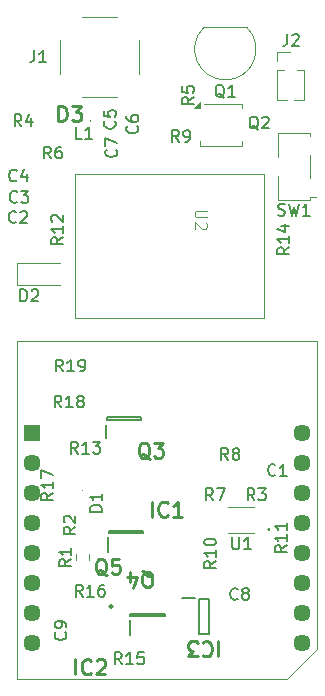
<source format=gbr>
%TF.GenerationSoftware,KiCad,Pcbnew,8.0.2*%
%TF.CreationDate,2024-07-30T14:29:59+02:00*%
%TF.ProjectId,lc29h_mikrobus_PCB,6c633239-685f-46d6-996b-726f6275735f,rev?*%
%TF.SameCoordinates,Original*%
%TF.FileFunction,Legend,Top*%
%TF.FilePolarity,Positive*%
%FSLAX46Y46*%
G04 Gerber Fmt 4.6, Leading zero omitted, Abs format (unit mm)*
G04 Created by KiCad (PCBNEW 8.0.2) date 2024-07-30 14:29:59*
%MOMM*%
%LPD*%
G01*
G04 APERTURE LIST*
%ADD10C,0.254000*%
%ADD11C,0.150000*%
%ADD12C,0.100000*%
%ADD13C,0.120000*%
%ADD14C,0.200000*%
%ADD15R,1.445000X1.445000*%
%ADD16C,1.445000*%
G04 APERTURE END LIST*
D10*
X136283237Y-82275318D02*
X136283237Y-81005318D01*
X137613714Y-82154365D02*
X137553238Y-82214842D01*
X137553238Y-82214842D02*
X137371809Y-82275318D01*
X137371809Y-82275318D02*
X137250857Y-82275318D01*
X137250857Y-82275318D02*
X137069428Y-82214842D01*
X137069428Y-82214842D02*
X136948476Y-82093889D01*
X136948476Y-82093889D02*
X136887999Y-81972937D01*
X136887999Y-81972937D02*
X136827523Y-81731032D01*
X136827523Y-81731032D02*
X136827523Y-81549603D01*
X136827523Y-81549603D02*
X136887999Y-81307699D01*
X136887999Y-81307699D02*
X136948476Y-81186746D01*
X136948476Y-81186746D02*
X137069428Y-81065794D01*
X137069428Y-81065794D02*
X137250857Y-81005318D01*
X137250857Y-81005318D02*
X137371809Y-81005318D01*
X137371809Y-81005318D02*
X137553238Y-81065794D01*
X137553238Y-81065794D02*
X137613714Y-81126270D01*
X138823238Y-82275318D02*
X138097523Y-82275318D01*
X138460380Y-82275318D02*
X138460380Y-81005318D01*
X138460380Y-81005318D02*
X138339428Y-81186746D01*
X138339428Y-81186746D02*
X138218476Y-81307699D01*
X138218476Y-81307699D02*
X138097523Y-81368175D01*
D11*
X132017819Y-81846594D02*
X131017819Y-81846594D01*
X131017819Y-81846594D02*
X131017819Y-81608499D01*
X131017819Y-81608499D02*
X131065438Y-81465642D01*
X131065438Y-81465642D02*
X131160676Y-81370404D01*
X131160676Y-81370404D02*
X131255914Y-81322785D01*
X131255914Y-81322785D02*
X131446390Y-81275166D01*
X131446390Y-81275166D02*
X131589247Y-81275166D01*
X131589247Y-81275166D02*
X131779723Y-81322785D01*
X131779723Y-81322785D02*
X131874961Y-81370404D01*
X131874961Y-81370404D02*
X131970200Y-81465642D01*
X131970200Y-81465642D02*
X132017819Y-81608499D01*
X132017819Y-81608499D02*
X132017819Y-81846594D01*
X132017819Y-80322785D02*
X132017819Y-80894213D01*
X132017819Y-80608499D02*
X131017819Y-80608499D01*
X131017819Y-80608499D02*
X131160676Y-80703737D01*
X131160676Y-80703737D02*
X131255914Y-80798975D01*
X131255914Y-80798975D02*
X131303533Y-80894213D01*
X130000142Y-76925819D02*
X129666809Y-76449628D01*
X129428714Y-76925819D02*
X129428714Y-75925819D01*
X129428714Y-75925819D02*
X129809666Y-75925819D01*
X129809666Y-75925819D02*
X129904904Y-75973438D01*
X129904904Y-75973438D02*
X129952523Y-76021057D01*
X129952523Y-76021057D02*
X130000142Y-76116295D01*
X130000142Y-76116295D02*
X130000142Y-76259152D01*
X130000142Y-76259152D02*
X129952523Y-76354390D01*
X129952523Y-76354390D02*
X129904904Y-76402009D01*
X129904904Y-76402009D02*
X129809666Y-76449628D01*
X129809666Y-76449628D02*
X129428714Y-76449628D01*
X130952523Y-76925819D02*
X130381095Y-76925819D01*
X130666809Y-76925819D02*
X130666809Y-75925819D01*
X130666809Y-75925819D02*
X130571571Y-76068676D01*
X130571571Y-76068676D02*
X130476333Y-76163914D01*
X130476333Y-76163914D02*
X130381095Y-76211533D01*
X131285857Y-75925819D02*
X131904904Y-75925819D01*
X131904904Y-75925819D02*
X131571571Y-76306771D01*
X131571571Y-76306771D02*
X131714428Y-76306771D01*
X131714428Y-76306771D02*
X131809666Y-76354390D01*
X131809666Y-76354390D02*
X131857285Y-76402009D01*
X131857285Y-76402009D02*
X131904904Y-76497247D01*
X131904904Y-76497247D02*
X131904904Y-76735342D01*
X131904904Y-76735342D02*
X131857285Y-76830580D01*
X131857285Y-76830580D02*
X131809666Y-76878200D01*
X131809666Y-76878200D02*
X131714428Y-76925819D01*
X131714428Y-76925819D02*
X131428714Y-76925819D01*
X131428714Y-76925819D02*
X131333476Y-76878200D01*
X131333476Y-76878200D02*
X131285857Y-76830580D01*
X128605142Y-73025819D02*
X128271809Y-72549628D01*
X128033714Y-73025819D02*
X128033714Y-72025819D01*
X128033714Y-72025819D02*
X128414666Y-72025819D01*
X128414666Y-72025819D02*
X128509904Y-72073438D01*
X128509904Y-72073438D02*
X128557523Y-72121057D01*
X128557523Y-72121057D02*
X128605142Y-72216295D01*
X128605142Y-72216295D02*
X128605142Y-72359152D01*
X128605142Y-72359152D02*
X128557523Y-72454390D01*
X128557523Y-72454390D02*
X128509904Y-72502009D01*
X128509904Y-72502009D02*
X128414666Y-72549628D01*
X128414666Y-72549628D02*
X128033714Y-72549628D01*
X129557523Y-73025819D02*
X128986095Y-73025819D01*
X129271809Y-73025819D02*
X129271809Y-72025819D01*
X129271809Y-72025819D02*
X129176571Y-72168676D01*
X129176571Y-72168676D02*
X129081333Y-72263914D01*
X129081333Y-72263914D02*
X128986095Y-72311533D01*
X130128952Y-72454390D02*
X130033714Y-72406771D01*
X130033714Y-72406771D02*
X129986095Y-72359152D01*
X129986095Y-72359152D02*
X129938476Y-72263914D01*
X129938476Y-72263914D02*
X129938476Y-72216295D01*
X129938476Y-72216295D02*
X129986095Y-72121057D01*
X129986095Y-72121057D02*
X130033714Y-72073438D01*
X130033714Y-72073438D02*
X130128952Y-72025819D01*
X130128952Y-72025819D02*
X130319428Y-72025819D01*
X130319428Y-72025819D02*
X130414666Y-72073438D01*
X130414666Y-72073438D02*
X130462285Y-72121057D01*
X130462285Y-72121057D02*
X130509904Y-72216295D01*
X130509904Y-72216295D02*
X130509904Y-72263914D01*
X130509904Y-72263914D02*
X130462285Y-72359152D01*
X130462285Y-72359152D02*
X130414666Y-72406771D01*
X130414666Y-72406771D02*
X130319428Y-72454390D01*
X130319428Y-72454390D02*
X130128952Y-72454390D01*
X130128952Y-72454390D02*
X130033714Y-72502009D01*
X130033714Y-72502009D02*
X129986095Y-72549628D01*
X129986095Y-72549628D02*
X129938476Y-72644866D01*
X129938476Y-72644866D02*
X129938476Y-72835342D01*
X129938476Y-72835342D02*
X129986095Y-72930580D01*
X129986095Y-72930580D02*
X130033714Y-72978200D01*
X130033714Y-72978200D02*
X130128952Y-73025819D01*
X130128952Y-73025819D02*
X130319428Y-73025819D01*
X130319428Y-73025819D02*
X130414666Y-72978200D01*
X130414666Y-72978200D02*
X130462285Y-72930580D01*
X130462285Y-72930580D02*
X130509904Y-72835342D01*
X130509904Y-72835342D02*
X130509904Y-72644866D01*
X130509904Y-72644866D02*
X130462285Y-72549628D01*
X130462285Y-72549628D02*
X130414666Y-72502009D01*
X130414666Y-72502009D02*
X130319428Y-72454390D01*
D10*
X129789737Y-95621318D02*
X129789737Y-94351318D01*
X131120214Y-95500365D02*
X131059738Y-95560842D01*
X131059738Y-95560842D02*
X130878309Y-95621318D01*
X130878309Y-95621318D02*
X130757357Y-95621318D01*
X130757357Y-95621318D02*
X130575928Y-95560842D01*
X130575928Y-95560842D02*
X130454976Y-95439889D01*
X130454976Y-95439889D02*
X130394499Y-95318937D01*
X130394499Y-95318937D02*
X130334023Y-95077032D01*
X130334023Y-95077032D02*
X130334023Y-94895603D01*
X130334023Y-94895603D02*
X130394499Y-94653699D01*
X130394499Y-94653699D02*
X130454976Y-94532746D01*
X130454976Y-94532746D02*
X130575928Y-94411794D01*
X130575928Y-94411794D02*
X130757357Y-94351318D01*
X130757357Y-94351318D02*
X130878309Y-94351318D01*
X130878309Y-94351318D02*
X131059738Y-94411794D01*
X131059738Y-94411794D02*
X131120214Y-94472270D01*
X131604023Y-94472270D02*
X131664499Y-94411794D01*
X131664499Y-94411794D02*
X131785452Y-94351318D01*
X131785452Y-94351318D02*
X132087833Y-94351318D01*
X132087833Y-94351318D02*
X132208785Y-94411794D01*
X132208785Y-94411794D02*
X132269261Y-94472270D01*
X132269261Y-94472270D02*
X132329738Y-94593222D01*
X132329738Y-94593222D02*
X132329738Y-94714175D01*
X132329738Y-94714175D02*
X132269261Y-94895603D01*
X132269261Y-94895603D02*
X131543547Y-95621318D01*
X131543547Y-95621318D02*
X132329738Y-95621318D01*
D11*
X125137405Y-64035819D02*
X125137405Y-63035819D01*
X125137405Y-63035819D02*
X125375500Y-63035819D01*
X125375500Y-63035819D02*
X125518357Y-63083438D01*
X125518357Y-63083438D02*
X125613595Y-63178676D01*
X125613595Y-63178676D02*
X125661214Y-63273914D01*
X125661214Y-63273914D02*
X125708833Y-63464390D01*
X125708833Y-63464390D02*
X125708833Y-63607247D01*
X125708833Y-63607247D02*
X125661214Y-63797723D01*
X125661214Y-63797723D02*
X125613595Y-63892961D01*
X125613595Y-63892961D02*
X125518357Y-63988200D01*
X125518357Y-63988200D02*
X125375500Y-64035819D01*
X125375500Y-64035819D02*
X125137405Y-64035819D01*
X126089786Y-63131057D02*
X126137405Y-63083438D01*
X126137405Y-63083438D02*
X126232643Y-63035819D01*
X126232643Y-63035819D02*
X126470738Y-63035819D01*
X126470738Y-63035819D02*
X126565976Y-63083438D01*
X126565976Y-63083438D02*
X126613595Y-63131057D01*
X126613595Y-63131057D02*
X126661214Y-63226295D01*
X126661214Y-63226295D02*
X126661214Y-63321533D01*
X126661214Y-63321533D02*
X126613595Y-63464390D01*
X126613595Y-63464390D02*
X126042167Y-64035819D01*
X126042167Y-64035819D02*
X126661214Y-64035819D01*
X147719666Y-41405819D02*
X147719666Y-42120104D01*
X147719666Y-42120104D02*
X147672047Y-42262961D01*
X147672047Y-42262961D02*
X147576809Y-42358200D01*
X147576809Y-42358200D02*
X147433952Y-42405819D01*
X147433952Y-42405819D02*
X147338714Y-42405819D01*
X148148238Y-41501057D02*
X148195857Y-41453438D01*
X148195857Y-41453438D02*
X148291095Y-41405819D01*
X148291095Y-41405819D02*
X148529190Y-41405819D01*
X148529190Y-41405819D02*
X148624428Y-41453438D01*
X148624428Y-41453438D02*
X148672047Y-41501057D01*
X148672047Y-41501057D02*
X148719666Y-41596295D01*
X148719666Y-41596295D02*
X148719666Y-41691533D01*
X148719666Y-41691533D02*
X148672047Y-41834390D01*
X148672047Y-41834390D02*
X148100619Y-42405819D01*
X148100619Y-42405819D02*
X148719666Y-42405819D01*
X124811333Y-53790580D02*
X124763714Y-53838200D01*
X124763714Y-53838200D02*
X124620857Y-53885819D01*
X124620857Y-53885819D02*
X124525619Y-53885819D01*
X124525619Y-53885819D02*
X124382762Y-53838200D01*
X124382762Y-53838200D02*
X124287524Y-53742961D01*
X124287524Y-53742961D02*
X124239905Y-53647723D01*
X124239905Y-53647723D02*
X124192286Y-53457247D01*
X124192286Y-53457247D02*
X124192286Y-53314390D01*
X124192286Y-53314390D02*
X124239905Y-53123914D01*
X124239905Y-53123914D02*
X124287524Y-53028676D01*
X124287524Y-53028676D02*
X124382762Y-52933438D01*
X124382762Y-52933438D02*
X124525619Y-52885819D01*
X124525619Y-52885819D02*
X124620857Y-52885819D01*
X124620857Y-52885819D02*
X124763714Y-52933438D01*
X124763714Y-52933438D02*
X124811333Y-52981057D01*
X125668476Y-53219152D02*
X125668476Y-53885819D01*
X125430381Y-52838200D02*
X125192286Y-53552485D01*
X125192286Y-53552485D02*
X125811333Y-53552485D01*
X125216333Y-49215819D02*
X124883000Y-48739628D01*
X124644905Y-49215819D02*
X124644905Y-48215819D01*
X124644905Y-48215819D02*
X125025857Y-48215819D01*
X125025857Y-48215819D02*
X125121095Y-48263438D01*
X125121095Y-48263438D02*
X125168714Y-48311057D01*
X125168714Y-48311057D02*
X125216333Y-48406295D01*
X125216333Y-48406295D02*
X125216333Y-48549152D01*
X125216333Y-48549152D02*
X125168714Y-48644390D01*
X125168714Y-48644390D02*
X125121095Y-48692009D01*
X125121095Y-48692009D02*
X125025857Y-48739628D01*
X125025857Y-48739628D02*
X124644905Y-48739628D01*
X126073476Y-48549152D02*
X126073476Y-49215819D01*
X125835381Y-48168200D02*
X125597286Y-48882485D01*
X125597286Y-48882485D02*
X126216333Y-48882485D01*
X124761333Y-57290580D02*
X124713714Y-57338200D01*
X124713714Y-57338200D02*
X124570857Y-57385819D01*
X124570857Y-57385819D02*
X124475619Y-57385819D01*
X124475619Y-57385819D02*
X124332762Y-57338200D01*
X124332762Y-57338200D02*
X124237524Y-57242961D01*
X124237524Y-57242961D02*
X124189905Y-57147723D01*
X124189905Y-57147723D02*
X124142286Y-56957247D01*
X124142286Y-56957247D02*
X124142286Y-56814390D01*
X124142286Y-56814390D02*
X124189905Y-56623914D01*
X124189905Y-56623914D02*
X124237524Y-56528676D01*
X124237524Y-56528676D02*
X124332762Y-56433438D01*
X124332762Y-56433438D02*
X124475619Y-56385819D01*
X124475619Y-56385819D02*
X124570857Y-56385819D01*
X124570857Y-56385819D02*
X124713714Y-56433438D01*
X124713714Y-56433438D02*
X124761333Y-56481057D01*
X125142286Y-56481057D02*
X125189905Y-56433438D01*
X125189905Y-56433438D02*
X125285143Y-56385819D01*
X125285143Y-56385819D02*
X125523238Y-56385819D01*
X125523238Y-56385819D02*
X125618476Y-56433438D01*
X125618476Y-56433438D02*
X125666095Y-56481057D01*
X125666095Y-56481057D02*
X125713714Y-56576295D01*
X125713714Y-56576295D02*
X125713714Y-56671533D01*
X125713714Y-56671533D02*
X125666095Y-56814390D01*
X125666095Y-56814390D02*
X125094667Y-57385819D01*
X125094667Y-57385819D02*
X125713714Y-57385819D01*
X143081095Y-84025819D02*
X143081095Y-84835342D01*
X143081095Y-84835342D02*
X143128714Y-84930580D01*
X143128714Y-84930580D02*
X143176333Y-84978200D01*
X143176333Y-84978200D02*
X143271571Y-85025819D01*
X143271571Y-85025819D02*
X143462047Y-85025819D01*
X143462047Y-85025819D02*
X143557285Y-84978200D01*
X143557285Y-84978200D02*
X143604904Y-84930580D01*
X143604904Y-84930580D02*
X143652523Y-84835342D01*
X143652523Y-84835342D02*
X143652523Y-84025819D01*
X144652523Y-85025819D02*
X144081095Y-85025819D01*
X144366809Y-85025819D02*
X144366809Y-84025819D01*
X144366809Y-84025819D02*
X144271571Y-84168676D01*
X144271571Y-84168676D02*
X144176333Y-84263914D01*
X144176333Y-84263914D02*
X144081095Y-84311533D01*
X139827819Y-46747666D02*
X139351628Y-47080999D01*
X139827819Y-47319094D02*
X138827819Y-47319094D01*
X138827819Y-47319094D02*
X138827819Y-46938142D01*
X138827819Y-46938142D02*
X138875438Y-46842904D01*
X138875438Y-46842904D02*
X138923057Y-46795285D01*
X138923057Y-46795285D02*
X139018295Y-46747666D01*
X139018295Y-46747666D02*
X139161152Y-46747666D01*
X139161152Y-46747666D02*
X139256390Y-46795285D01*
X139256390Y-46795285D02*
X139304009Y-46842904D01*
X139304009Y-46842904D02*
X139351628Y-46938142D01*
X139351628Y-46938142D02*
X139351628Y-47319094D01*
X138827819Y-45842904D02*
X138827819Y-46319094D01*
X138827819Y-46319094D02*
X139304009Y-46366713D01*
X139304009Y-46366713D02*
X139256390Y-46319094D01*
X139256390Y-46319094D02*
X139208771Y-46223856D01*
X139208771Y-46223856D02*
X139208771Y-45985761D01*
X139208771Y-45985761D02*
X139256390Y-45890523D01*
X139256390Y-45890523D02*
X139304009Y-45842904D01*
X139304009Y-45842904D02*
X139399247Y-45795285D01*
X139399247Y-45795285D02*
X139637342Y-45795285D01*
X139637342Y-45795285D02*
X139732580Y-45842904D01*
X139732580Y-45842904D02*
X139780200Y-45890523D01*
X139780200Y-45890523D02*
X139827819Y-45985761D01*
X139827819Y-45985761D02*
X139827819Y-46223856D01*
X139827819Y-46223856D02*
X139780200Y-46319094D01*
X139780200Y-46319094D02*
X139732580Y-46366713D01*
X128752819Y-58623857D02*
X128276628Y-58957190D01*
X128752819Y-59195285D02*
X127752819Y-59195285D01*
X127752819Y-59195285D02*
X127752819Y-58814333D01*
X127752819Y-58814333D02*
X127800438Y-58719095D01*
X127800438Y-58719095D02*
X127848057Y-58671476D01*
X127848057Y-58671476D02*
X127943295Y-58623857D01*
X127943295Y-58623857D02*
X128086152Y-58623857D01*
X128086152Y-58623857D02*
X128181390Y-58671476D01*
X128181390Y-58671476D02*
X128229009Y-58719095D01*
X128229009Y-58719095D02*
X128276628Y-58814333D01*
X128276628Y-58814333D02*
X128276628Y-59195285D01*
X128752819Y-57671476D02*
X128752819Y-58242904D01*
X128752819Y-57957190D02*
X127752819Y-57957190D01*
X127752819Y-57957190D02*
X127895676Y-58052428D01*
X127895676Y-58052428D02*
X127990914Y-58147666D01*
X127990914Y-58147666D02*
X128038533Y-58242904D01*
X127848057Y-57290523D02*
X127800438Y-57242904D01*
X127800438Y-57242904D02*
X127752819Y-57147666D01*
X127752819Y-57147666D02*
X127752819Y-56909571D01*
X127752819Y-56909571D02*
X127800438Y-56814333D01*
X127800438Y-56814333D02*
X127848057Y-56766714D01*
X127848057Y-56766714D02*
X127943295Y-56719095D01*
X127943295Y-56719095D02*
X128038533Y-56719095D01*
X128038533Y-56719095D02*
X128181390Y-56766714D01*
X128181390Y-56766714D02*
X128752819Y-57338142D01*
X128752819Y-57338142D02*
X128752819Y-56719095D01*
X145267761Y-49491057D02*
X145172523Y-49443438D01*
X145172523Y-49443438D02*
X145077285Y-49348200D01*
X145077285Y-49348200D02*
X144934428Y-49205342D01*
X144934428Y-49205342D02*
X144839190Y-49157723D01*
X144839190Y-49157723D02*
X144743952Y-49157723D01*
X144791571Y-49395819D02*
X144696333Y-49348200D01*
X144696333Y-49348200D02*
X144601095Y-49252961D01*
X144601095Y-49252961D02*
X144553476Y-49062485D01*
X144553476Y-49062485D02*
X144553476Y-48729152D01*
X144553476Y-48729152D02*
X144601095Y-48538676D01*
X144601095Y-48538676D02*
X144696333Y-48443438D01*
X144696333Y-48443438D02*
X144791571Y-48395819D01*
X144791571Y-48395819D02*
X144982047Y-48395819D01*
X144982047Y-48395819D02*
X145077285Y-48443438D01*
X145077285Y-48443438D02*
X145172523Y-48538676D01*
X145172523Y-48538676D02*
X145220142Y-48729152D01*
X145220142Y-48729152D02*
X145220142Y-49062485D01*
X145220142Y-49062485D02*
X145172523Y-49252961D01*
X145172523Y-49252961D02*
X145077285Y-49348200D01*
X145077285Y-49348200D02*
X144982047Y-49395819D01*
X144982047Y-49395819D02*
X144791571Y-49395819D01*
X145601095Y-48491057D02*
X145648714Y-48443438D01*
X145648714Y-48443438D02*
X145743952Y-48395819D01*
X145743952Y-48395819D02*
X145982047Y-48395819D01*
X145982047Y-48395819D02*
X146077285Y-48443438D01*
X146077285Y-48443438D02*
X146124904Y-48491057D01*
X146124904Y-48491057D02*
X146172523Y-48586295D01*
X146172523Y-48586295D02*
X146172523Y-48681533D01*
X146172523Y-48681533D02*
X146124904Y-48824390D01*
X146124904Y-48824390D02*
X145553476Y-49395819D01*
X145553476Y-49395819D02*
X146172523Y-49395819D01*
X133710142Y-94765819D02*
X133376809Y-94289628D01*
X133138714Y-94765819D02*
X133138714Y-93765819D01*
X133138714Y-93765819D02*
X133519666Y-93765819D01*
X133519666Y-93765819D02*
X133614904Y-93813438D01*
X133614904Y-93813438D02*
X133662523Y-93861057D01*
X133662523Y-93861057D02*
X133710142Y-93956295D01*
X133710142Y-93956295D02*
X133710142Y-94099152D01*
X133710142Y-94099152D02*
X133662523Y-94194390D01*
X133662523Y-94194390D02*
X133614904Y-94242009D01*
X133614904Y-94242009D02*
X133519666Y-94289628D01*
X133519666Y-94289628D02*
X133138714Y-94289628D01*
X134662523Y-94765819D02*
X134091095Y-94765819D01*
X134376809Y-94765819D02*
X134376809Y-93765819D01*
X134376809Y-93765819D02*
X134281571Y-93908676D01*
X134281571Y-93908676D02*
X134186333Y-94003914D01*
X134186333Y-94003914D02*
X134091095Y-94051533D01*
X135567285Y-93765819D02*
X135091095Y-93765819D01*
X135091095Y-93765819D02*
X135043476Y-94242009D01*
X135043476Y-94242009D02*
X135091095Y-94194390D01*
X135091095Y-94194390D02*
X135186333Y-94146771D01*
X135186333Y-94146771D02*
X135424428Y-94146771D01*
X135424428Y-94146771D02*
X135519666Y-94194390D01*
X135519666Y-94194390D02*
X135567285Y-94242009D01*
X135567285Y-94242009D02*
X135614904Y-94337247D01*
X135614904Y-94337247D02*
X135614904Y-94575342D01*
X135614904Y-94575342D02*
X135567285Y-94670580D01*
X135567285Y-94670580D02*
X135519666Y-94718200D01*
X135519666Y-94718200D02*
X135424428Y-94765819D01*
X135424428Y-94765819D02*
X135186333Y-94765819D01*
X135186333Y-94765819D02*
X135091095Y-94718200D01*
X135091095Y-94718200D02*
X135043476Y-94670580D01*
X135022580Y-49207666D02*
X135070200Y-49255285D01*
X135070200Y-49255285D02*
X135117819Y-49398142D01*
X135117819Y-49398142D02*
X135117819Y-49493380D01*
X135117819Y-49493380D02*
X135070200Y-49636237D01*
X135070200Y-49636237D02*
X134974961Y-49731475D01*
X134974961Y-49731475D02*
X134879723Y-49779094D01*
X134879723Y-49779094D02*
X134689247Y-49826713D01*
X134689247Y-49826713D02*
X134546390Y-49826713D01*
X134546390Y-49826713D02*
X134355914Y-49779094D01*
X134355914Y-49779094D02*
X134260676Y-49731475D01*
X134260676Y-49731475D02*
X134165438Y-49636237D01*
X134165438Y-49636237D02*
X134117819Y-49493380D01*
X134117819Y-49493380D02*
X134117819Y-49398142D01*
X134117819Y-49398142D02*
X134165438Y-49255285D01*
X134165438Y-49255285D02*
X134213057Y-49207666D01*
X134117819Y-48350523D02*
X134117819Y-48540999D01*
X134117819Y-48540999D02*
X134165438Y-48636237D01*
X134165438Y-48636237D02*
X134213057Y-48683856D01*
X134213057Y-48683856D02*
X134355914Y-48779094D01*
X134355914Y-48779094D02*
X134546390Y-48826713D01*
X134546390Y-48826713D02*
X134927342Y-48826713D01*
X134927342Y-48826713D02*
X135022580Y-48779094D01*
X135022580Y-48779094D02*
X135070200Y-48731475D01*
X135070200Y-48731475D02*
X135117819Y-48636237D01*
X135117819Y-48636237D02*
X135117819Y-48445761D01*
X135117819Y-48445761D02*
X135070200Y-48350523D01*
X135070200Y-48350523D02*
X135022580Y-48302904D01*
X135022580Y-48302904D02*
X134927342Y-48255285D01*
X134927342Y-48255285D02*
X134689247Y-48255285D01*
X134689247Y-48255285D02*
X134594009Y-48302904D01*
X134594009Y-48302904D02*
X134546390Y-48350523D01*
X134546390Y-48350523D02*
X134498771Y-48445761D01*
X134498771Y-48445761D02*
X134498771Y-48636237D01*
X134498771Y-48636237D02*
X134546390Y-48731475D01*
X134546390Y-48731475D02*
X134594009Y-48779094D01*
X134594009Y-48779094D02*
X134689247Y-48826713D01*
X133242580Y-51192666D02*
X133290200Y-51240285D01*
X133290200Y-51240285D02*
X133337819Y-51383142D01*
X133337819Y-51383142D02*
X133337819Y-51478380D01*
X133337819Y-51478380D02*
X133290200Y-51621237D01*
X133290200Y-51621237D02*
X133194961Y-51716475D01*
X133194961Y-51716475D02*
X133099723Y-51764094D01*
X133099723Y-51764094D02*
X132909247Y-51811713D01*
X132909247Y-51811713D02*
X132766390Y-51811713D01*
X132766390Y-51811713D02*
X132575914Y-51764094D01*
X132575914Y-51764094D02*
X132480676Y-51716475D01*
X132480676Y-51716475D02*
X132385438Y-51621237D01*
X132385438Y-51621237D02*
X132337819Y-51478380D01*
X132337819Y-51478380D02*
X132337819Y-51383142D01*
X132337819Y-51383142D02*
X132385438Y-51240285D01*
X132385438Y-51240285D02*
X132433057Y-51192666D01*
X132337819Y-50859332D02*
X132337819Y-50192666D01*
X132337819Y-50192666D02*
X133337819Y-50621237D01*
X124861333Y-55590580D02*
X124813714Y-55638200D01*
X124813714Y-55638200D02*
X124670857Y-55685819D01*
X124670857Y-55685819D02*
X124575619Y-55685819D01*
X124575619Y-55685819D02*
X124432762Y-55638200D01*
X124432762Y-55638200D02*
X124337524Y-55542961D01*
X124337524Y-55542961D02*
X124289905Y-55447723D01*
X124289905Y-55447723D02*
X124242286Y-55257247D01*
X124242286Y-55257247D02*
X124242286Y-55114390D01*
X124242286Y-55114390D02*
X124289905Y-54923914D01*
X124289905Y-54923914D02*
X124337524Y-54828676D01*
X124337524Y-54828676D02*
X124432762Y-54733438D01*
X124432762Y-54733438D02*
X124575619Y-54685819D01*
X124575619Y-54685819D02*
X124670857Y-54685819D01*
X124670857Y-54685819D02*
X124813714Y-54733438D01*
X124813714Y-54733438D02*
X124861333Y-54781057D01*
X125194667Y-54685819D02*
X125813714Y-54685819D01*
X125813714Y-54685819D02*
X125480381Y-55066771D01*
X125480381Y-55066771D02*
X125623238Y-55066771D01*
X125623238Y-55066771D02*
X125718476Y-55114390D01*
X125718476Y-55114390D02*
X125766095Y-55162009D01*
X125766095Y-55162009D02*
X125813714Y-55257247D01*
X125813714Y-55257247D02*
X125813714Y-55495342D01*
X125813714Y-55495342D02*
X125766095Y-55590580D01*
X125766095Y-55590580D02*
X125718476Y-55638200D01*
X125718476Y-55638200D02*
X125623238Y-55685819D01*
X125623238Y-55685819D02*
X125337524Y-55685819D01*
X125337524Y-55685819D02*
X125242286Y-55638200D01*
X125242286Y-55638200D02*
X125194667Y-55590580D01*
X147897819Y-59463857D02*
X147421628Y-59797190D01*
X147897819Y-60035285D02*
X146897819Y-60035285D01*
X146897819Y-60035285D02*
X146897819Y-59654333D01*
X146897819Y-59654333D02*
X146945438Y-59559095D01*
X146945438Y-59559095D02*
X146993057Y-59511476D01*
X146993057Y-59511476D02*
X147088295Y-59463857D01*
X147088295Y-59463857D02*
X147231152Y-59463857D01*
X147231152Y-59463857D02*
X147326390Y-59511476D01*
X147326390Y-59511476D02*
X147374009Y-59559095D01*
X147374009Y-59559095D02*
X147421628Y-59654333D01*
X147421628Y-59654333D02*
X147421628Y-60035285D01*
X147897819Y-58511476D02*
X147897819Y-59082904D01*
X147897819Y-58797190D02*
X146897819Y-58797190D01*
X146897819Y-58797190D02*
X147040676Y-58892428D01*
X147040676Y-58892428D02*
X147135914Y-58987666D01*
X147135914Y-58987666D02*
X147183533Y-59082904D01*
X147231152Y-57654333D02*
X147897819Y-57654333D01*
X146850200Y-57892428D02*
X147564485Y-58130523D01*
X147564485Y-58130523D02*
X147564485Y-57511476D01*
X128942580Y-92077666D02*
X128990200Y-92125285D01*
X128990200Y-92125285D02*
X129037819Y-92268142D01*
X129037819Y-92268142D02*
X129037819Y-92363380D01*
X129037819Y-92363380D02*
X128990200Y-92506237D01*
X128990200Y-92506237D02*
X128894961Y-92601475D01*
X128894961Y-92601475D02*
X128799723Y-92649094D01*
X128799723Y-92649094D02*
X128609247Y-92696713D01*
X128609247Y-92696713D02*
X128466390Y-92696713D01*
X128466390Y-92696713D02*
X128275914Y-92649094D01*
X128275914Y-92649094D02*
X128180676Y-92601475D01*
X128180676Y-92601475D02*
X128085438Y-92506237D01*
X128085438Y-92506237D02*
X128037819Y-92363380D01*
X128037819Y-92363380D02*
X128037819Y-92268142D01*
X128037819Y-92268142D02*
X128085438Y-92125285D01*
X128085438Y-92125285D02*
X128133057Y-92077666D01*
X129037819Y-91601475D02*
X129037819Y-91410999D01*
X129037819Y-91410999D02*
X128990200Y-91315761D01*
X128990200Y-91315761D02*
X128942580Y-91268142D01*
X128942580Y-91268142D02*
X128799723Y-91172904D01*
X128799723Y-91172904D02*
X128609247Y-91125285D01*
X128609247Y-91125285D02*
X128228295Y-91125285D01*
X128228295Y-91125285D02*
X128133057Y-91172904D01*
X128133057Y-91172904D02*
X128085438Y-91220523D01*
X128085438Y-91220523D02*
X128037819Y-91315761D01*
X128037819Y-91315761D02*
X128037819Y-91506237D01*
X128037819Y-91506237D02*
X128085438Y-91601475D01*
X128085438Y-91601475D02*
X128133057Y-91649094D01*
X128133057Y-91649094D02*
X128228295Y-91696713D01*
X128228295Y-91696713D02*
X128466390Y-91696713D01*
X128466390Y-91696713D02*
X128561628Y-91649094D01*
X128561628Y-91649094D02*
X128609247Y-91601475D01*
X128609247Y-91601475D02*
X128656866Y-91506237D01*
X128656866Y-91506237D02*
X128656866Y-91315761D01*
X128656866Y-91315761D02*
X128609247Y-91220523D01*
X128609247Y-91220523D02*
X128561628Y-91172904D01*
X128561628Y-91172904D02*
X128466390Y-91125285D01*
X146959667Y-56728200D02*
X147102524Y-56775819D01*
X147102524Y-56775819D02*
X147340619Y-56775819D01*
X147340619Y-56775819D02*
X147435857Y-56728200D01*
X147435857Y-56728200D02*
X147483476Y-56680580D01*
X147483476Y-56680580D02*
X147531095Y-56585342D01*
X147531095Y-56585342D02*
X147531095Y-56490104D01*
X147531095Y-56490104D02*
X147483476Y-56394866D01*
X147483476Y-56394866D02*
X147435857Y-56347247D01*
X147435857Y-56347247D02*
X147340619Y-56299628D01*
X147340619Y-56299628D02*
X147150143Y-56252009D01*
X147150143Y-56252009D02*
X147054905Y-56204390D01*
X147054905Y-56204390D02*
X147007286Y-56156771D01*
X147007286Y-56156771D02*
X146959667Y-56061533D01*
X146959667Y-56061533D02*
X146959667Y-55966295D01*
X146959667Y-55966295D02*
X147007286Y-55871057D01*
X147007286Y-55871057D02*
X147054905Y-55823438D01*
X147054905Y-55823438D02*
X147150143Y-55775819D01*
X147150143Y-55775819D02*
X147388238Y-55775819D01*
X147388238Y-55775819D02*
X147531095Y-55823438D01*
X147864429Y-55775819D02*
X148102524Y-56775819D01*
X148102524Y-56775819D02*
X148293000Y-56061533D01*
X148293000Y-56061533D02*
X148483476Y-56775819D01*
X148483476Y-56775819D02*
X148721572Y-55775819D01*
X149626333Y-56775819D02*
X149054905Y-56775819D01*
X149340619Y-56775819D02*
X149340619Y-55775819D01*
X149340619Y-55775819D02*
X149245381Y-55918676D01*
X149245381Y-55918676D02*
X149150143Y-56013914D01*
X149150143Y-56013914D02*
X149054905Y-56061533D01*
X130400142Y-89035819D02*
X130066809Y-88559628D01*
X129828714Y-89035819D02*
X129828714Y-88035819D01*
X129828714Y-88035819D02*
X130209666Y-88035819D01*
X130209666Y-88035819D02*
X130304904Y-88083438D01*
X130304904Y-88083438D02*
X130352523Y-88131057D01*
X130352523Y-88131057D02*
X130400142Y-88226295D01*
X130400142Y-88226295D02*
X130400142Y-88369152D01*
X130400142Y-88369152D02*
X130352523Y-88464390D01*
X130352523Y-88464390D02*
X130304904Y-88512009D01*
X130304904Y-88512009D02*
X130209666Y-88559628D01*
X130209666Y-88559628D02*
X129828714Y-88559628D01*
X131352523Y-89035819D02*
X130781095Y-89035819D01*
X131066809Y-89035819D02*
X131066809Y-88035819D01*
X131066809Y-88035819D02*
X130971571Y-88178676D01*
X130971571Y-88178676D02*
X130876333Y-88273914D01*
X130876333Y-88273914D02*
X130781095Y-88321533D01*
X132209666Y-88035819D02*
X132019190Y-88035819D01*
X132019190Y-88035819D02*
X131923952Y-88083438D01*
X131923952Y-88083438D02*
X131876333Y-88131057D01*
X131876333Y-88131057D02*
X131781095Y-88273914D01*
X131781095Y-88273914D02*
X131733476Y-88464390D01*
X131733476Y-88464390D02*
X131733476Y-88845342D01*
X131733476Y-88845342D02*
X131781095Y-88940580D01*
X131781095Y-88940580D02*
X131828714Y-88988200D01*
X131828714Y-88988200D02*
X131923952Y-89035819D01*
X131923952Y-89035819D02*
X132114428Y-89035819D01*
X132114428Y-89035819D02*
X132209666Y-88988200D01*
X132209666Y-88988200D02*
X132257285Y-88940580D01*
X132257285Y-88940580D02*
X132304904Y-88845342D01*
X132304904Y-88845342D02*
X132304904Y-88607247D01*
X132304904Y-88607247D02*
X132257285Y-88512009D01*
X132257285Y-88512009D02*
X132209666Y-88464390D01*
X132209666Y-88464390D02*
X132114428Y-88416771D01*
X132114428Y-88416771D02*
X131923952Y-88416771D01*
X131923952Y-88416771D02*
X131828714Y-88464390D01*
X131828714Y-88464390D02*
X131781095Y-88512009D01*
X131781095Y-88512009D02*
X131733476Y-88607247D01*
X144956333Y-80885819D02*
X144623000Y-80409628D01*
X144384905Y-80885819D02*
X144384905Y-79885819D01*
X144384905Y-79885819D02*
X144765857Y-79885819D01*
X144765857Y-79885819D02*
X144861095Y-79933438D01*
X144861095Y-79933438D02*
X144908714Y-79981057D01*
X144908714Y-79981057D02*
X144956333Y-80076295D01*
X144956333Y-80076295D02*
X144956333Y-80219152D01*
X144956333Y-80219152D02*
X144908714Y-80314390D01*
X144908714Y-80314390D02*
X144861095Y-80362009D01*
X144861095Y-80362009D02*
X144765857Y-80409628D01*
X144765857Y-80409628D02*
X144384905Y-80409628D01*
X145289667Y-79885819D02*
X145908714Y-79885819D01*
X145908714Y-79885819D02*
X145575381Y-80266771D01*
X145575381Y-80266771D02*
X145718238Y-80266771D01*
X145718238Y-80266771D02*
X145813476Y-80314390D01*
X145813476Y-80314390D02*
X145861095Y-80362009D01*
X145861095Y-80362009D02*
X145908714Y-80457247D01*
X145908714Y-80457247D02*
X145908714Y-80695342D01*
X145908714Y-80695342D02*
X145861095Y-80790580D01*
X145861095Y-80790580D02*
X145813476Y-80838200D01*
X145813476Y-80838200D02*
X145718238Y-80885819D01*
X145718238Y-80885819D02*
X145432524Y-80885819D01*
X145432524Y-80885819D02*
X145337286Y-80838200D01*
X145337286Y-80838200D02*
X145289667Y-80790580D01*
D10*
X128359618Y-48785318D02*
X128359618Y-47515318D01*
X128359618Y-47515318D02*
X128661999Y-47515318D01*
X128661999Y-47515318D02*
X128843428Y-47575794D01*
X128843428Y-47575794D02*
X128964380Y-47696746D01*
X128964380Y-47696746D02*
X129024857Y-47817699D01*
X129024857Y-47817699D02*
X129085333Y-48059603D01*
X129085333Y-48059603D02*
X129085333Y-48241032D01*
X129085333Y-48241032D02*
X129024857Y-48482937D01*
X129024857Y-48482937D02*
X128964380Y-48603889D01*
X128964380Y-48603889D02*
X128843428Y-48724842D01*
X128843428Y-48724842D02*
X128661999Y-48785318D01*
X128661999Y-48785318D02*
X128359618Y-48785318D01*
X129508666Y-47515318D02*
X130294857Y-47515318D01*
X130294857Y-47515318D02*
X129871523Y-47999127D01*
X129871523Y-47999127D02*
X130052952Y-47999127D01*
X130052952Y-47999127D02*
X130173904Y-48059603D01*
X130173904Y-48059603D02*
X130234380Y-48120080D01*
X130234380Y-48120080D02*
X130294857Y-48241032D01*
X130294857Y-48241032D02*
X130294857Y-48543413D01*
X130294857Y-48543413D02*
X130234380Y-48664365D01*
X130234380Y-48664365D02*
X130173904Y-48724842D01*
X130173904Y-48724842D02*
X130052952Y-48785318D01*
X130052952Y-48785318D02*
X129690095Y-48785318D01*
X129690095Y-48785318D02*
X129569142Y-48724842D01*
X129569142Y-48724842D02*
X129508666Y-48664365D01*
D11*
X141697819Y-86043857D02*
X141221628Y-86377190D01*
X141697819Y-86615285D02*
X140697819Y-86615285D01*
X140697819Y-86615285D02*
X140697819Y-86234333D01*
X140697819Y-86234333D02*
X140745438Y-86139095D01*
X140745438Y-86139095D02*
X140793057Y-86091476D01*
X140793057Y-86091476D02*
X140888295Y-86043857D01*
X140888295Y-86043857D02*
X141031152Y-86043857D01*
X141031152Y-86043857D02*
X141126390Y-86091476D01*
X141126390Y-86091476D02*
X141174009Y-86139095D01*
X141174009Y-86139095D02*
X141221628Y-86234333D01*
X141221628Y-86234333D02*
X141221628Y-86615285D01*
X141697819Y-85091476D02*
X141697819Y-85662904D01*
X141697819Y-85377190D02*
X140697819Y-85377190D01*
X140697819Y-85377190D02*
X140840676Y-85472428D01*
X140840676Y-85472428D02*
X140935914Y-85567666D01*
X140935914Y-85567666D02*
X140983533Y-85662904D01*
X140697819Y-84472428D02*
X140697819Y-84377190D01*
X140697819Y-84377190D02*
X140745438Y-84281952D01*
X140745438Y-84281952D02*
X140793057Y-84234333D01*
X140793057Y-84234333D02*
X140888295Y-84186714D01*
X140888295Y-84186714D02*
X141078771Y-84139095D01*
X141078771Y-84139095D02*
X141316866Y-84139095D01*
X141316866Y-84139095D02*
X141507342Y-84186714D01*
X141507342Y-84186714D02*
X141602580Y-84234333D01*
X141602580Y-84234333D02*
X141650200Y-84281952D01*
X141650200Y-84281952D02*
X141697819Y-84377190D01*
X141697819Y-84377190D02*
X141697819Y-84472428D01*
X141697819Y-84472428D02*
X141650200Y-84567666D01*
X141650200Y-84567666D02*
X141602580Y-84615285D01*
X141602580Y-84615285D02*
X141507342Y-84662904D01*
X141507342Y-84662904D02*
X141316866Y-84710523D01*
X141316866Y-84710523D02*
X141078771Y-84710523D01*
X141078771Y-84710523D02*
X140888295Y-84662904D01*
X140888295Y-84662904D02*
X140793057Y-84615285D01*
X140793057Y-84615285D02*
X140745438Y-84567666D01*
X140745438Y-84567666D02*
X140697819Y-84472428D01*
X130336333Y-50285819D02*
X129860143Y-50285819D01*
X129860143Y-50285819D02*
X129860143Y-49285819D01*
X131193476Y-50285819D02*
X130622048Y-50285819D01*
X130907762Y-50285819D02*
X130907762Y-49285819D01*
X130907762Y-49285819D02*
X130812524Y-49428676D01*
X130812524Y-49428676D02*
X130717286Y-49523914D01*
X130717286Y-49523914D02*
X130622048Y-49571533D01*
X128720142Y-69975819D02*
X128386809Y-69499628D01*
X128148714Y-69975819D02*
X128148714Y-68975819D01*
X128148714Y-68975819D02*
X128529666Y-68975819D01*
X128529666Y-68975819D02*
X128624904Y-69023438D01*
X128624904Y-69023438D02*
X128672523Y-69071057D01*
X128672523Y-69071057D02*
X128720142Y-69166295D01*
X128720142Y-69166295D02*
X128720142Y-69309152D01*
X128720142Y-69309152D02*
X128672523Y-69404390D01*
X128672523Y-69404390D02*
X128624904Y-69452009D01*
X128624904Y-69452009D02*
X128529666Y-69499628D01*
X128529666Y-69499628D02*
X128148714Y-69499628D01*
X129672523Y-69975819D02*
X129101095Y-69975819D01*
X129386809Y-69975819D02*
X129386809Y-68975819D01*
X129386809Y-68975819D02*
X129291571Y-69118676D01*
X129291571Y-69118676D02*
X129196333Y-69213914D01*
X129196333Y-69213914D02*
X129101095Y-69261533D01*
X130148714Y-69975819D02*
X130339190Y-69975819D01*
X130339190Y-69975819D02*
X130434428Y-69928200D01*
X130434428Y-69928200D02*
X130482047Y-69880580D01*
X130482047Y-69880580D02*
X130577285Y-69737723D01*
X130577285Y-69737723D02*
X130624904Y-69547247D01*
X130624904Y-69547247D02*
X130624904Y-69166295D01*
X130624904Y-69166295D02*
X130577285Y-69071057D01*
X130577285Y-69071057D02*
X130529666Y-69023438D01*
X130529666Y-69023438D02*
X130434428Y-68975819D01*
X130434428Y-68975819D02*
X130243952Y-68975819D01*
X130243952Y-68975819D02*
X130148714Y-69023438D01*
X130148714Y-69023438D02*
X130101095Y-69071057D01*
X130101095Y-69071057D02*
X130053476Y-69166295D01*
X130053476Y-69166295D02*
X130053476Y-69404390D01*
X130053476Y-69404390D02*
X130101095Y-69499628D01*
X130101095Y-69499628D02*
X130148714Y-69547247D01*
X130148714Y-69547247D02*
X130243952Y-69594866D01*
X130243952Y-69594866D02*
X130434428Y-69594866D01*
X130434428Y-69594866D02*
X130529666Y-69547247D01*
X130529666Y-69547247D02*
X130577285Y-69499628D01*
X130577285Y-69499628D02*
X130624904Y-69404390D01*
X129797819Y-83125166D02*
X129321628Y-83458499D01*
X129797819Y-83696594D02*
X128797819Y-83696594D01*
X128797819Y-83696594D02*
X128797819Y-83315642D01*
X128797819Y-83315642D02*
X128845438Y-83220404D01*
X128845438Y-83220404D02*
X128893057Y-83172785D01*
X128893057Y-83172785D02*
X128988295Y-83125166D01*
X128988295Y-83125166D02*
X129131152Y-83125166D01*
X129131152Y-83125166D02*
X129226390Y-83172785D01*
X129226390Y-83172785D02*
X129274009Y-83220404D01*
X129274009Y-83220404D02*
X129321628Y-83315642D01*
X129321628Y-83315642D02*
X129321628Y-83696594D01*
X128893057Y-82744213D02*
X128845438Y-82696594D01*
X128845438Y-82696594D02*
X128797819Y-82601356D01*
X128797819Y-82601356D02*
X128797819Y-82363261D01*
X128797819Y-82363261D02*
X128845438Y-82268023D01*
X128845438Y-82268023D02*
X128893057Y-82220404D01*
X128893057Y-82220404D02*
X128988295Y-82172785D01*
X128988295Y-82172785D02*
X129083533Y-82172785D01*
X129083533Y-82172785D02*
X129226390Y-82220404D01*
X129226390Y-82220404D02*
X129797819Y-82791832D01*
X129797819Y-82791832D02*
X129797819Y-82172785D01*
X129417819Y-85887666D02*
X128941628Y-86220999D01*
X129417819Y-86459094D02*
X128417819Y-86459094D01*
X128417819Y-86459094D02*
X128417819Y-86078142D01*
X128417819Y-86078142D02*
X128465438Y-85982904D01*
X128465438Y-85982904D02*
X128513057Y-85935285D01*
X128513057Y-85935285D02*
X128608295Y-85887666D01*
X128608295Y-85887666D02*
X128751152Y-85887666D01*
X128751152Y-85887666D02*
X128846390Y-85935285D01*
X128846390Y-85935285D02*
X128894009Y-85982904D01*
X128894009Y-85982904D02*
X128941628Y-86078142D01*
X128941628Y-86078142D02*
X128941628Y-86459094D01*
X129417819Y-84935285D02*
X129417819Y-85506713D01*
X129417819Y-85220999D02*
X128417819Y-85220999D01*
X128417819Y-85220999D02*
X128560676Y-85316237D01*
X128560676Y-85316237D02*
X128655914Y-85411475D01*
X128655914Y-85411475D02*
X128703533Y-85506713D01*
X127897819Y-80263857D02*
X127421628Y-80597190D01*
X127897819Y-80835285D02*
X126897819Y-80835285D01*
X126897819Y-80835285D02*
X126897819Y-80454333D01*
X126897819Y-80454333D02*
X126945438Y-80359095D01*
X126945438Y-80359095D02*
X126993057Y-80311476D01*
X126993057Y-80311476D02*
X127088295Y-80263857D01*
X127088295Y-80263857D02*
X127231152Y-80263857D01*
X127231152Y-80263857D02*
X127326390Y-80311476D01*
X127326390Y-80311476D02*
X127374009Y-80359095D01*
X127374009Y-80359095D02*
X127421628Y-80454333D01*
X127421628Y-80454333D02*
X127421628Y-80835285D01*
X127897819Y-79311476D02*
X127897819Y-79882904D01*
X127897819Y-79597190D02*
X126897819Y-79597190D01*
X126897819Y-79597190D02*
X127040676Y-79692428D01*
X127040676Y-79692428D02*
X127135914Y-79787666D01*
X127135914Y-79787666D02*
X127183533Y-79882904D01*
X126897819Y-78978142D02*
X126897819Y-78311476D01*
X126897819Y-78311476D02*
X127897819Y-78740047D01*
X127726333Y-51945819D02*
X127393000Y-51469628D01*
X127154905Y-51945819D02*
X127154905Y-50945819D01*
X127154905Y-50945819D02*
X127535857Y-50945819D01*
X127535857Y-50945819D02*
X127631095Y-50993438D01*
X127631095Y-50993438D02*
X127678714Y-51041057D01*
X127678714Y-51041057D02*
X127726333Y-51136295D01*
X127726333Y-51136295D02*
X127726333Y-51279152D01*
X127726333Y-51279152D02*
X127678714Y-51374390D01*
X127678714Y-51374390D02*
X127631095Y-51422009D01*
X127631095Y-51422009D02*
X127535857Y-51469628D01*
X127535857Y-51469628D02*
X127154905Y-51469628D01*
X128583476Y-50945819D02*
X128393000Y-50945819D01*
X128393000Y-50945819D02*
X128297762Y-50993438D01*
X128297762Y-50993438D02*
X128250143Y-51041057D01*
X128250143Y-51041057D02*
X128154905Y-51183914D01*
X128154905Y-51183914D02*
X128107286Y-51374390D01*
X128107286Y-51374390D02*
X128107286Y-51755342D01*
X128107286Y-51755342D02*
X128154905Y-51850580D01*
X128154905Y-51850580D02*
X128202524Y-51898200D01*
X128202524Y-51898200D02*
X128297762Y-51945819D01*
X128297762Y-51945819D02*
X128488238Y-51945819D01*
X128488238Y-51945819D02*
X128583476Y-51898200D01*
X128583476Y-51898200D02*
X128631095Y-51850580D01*
X128631095Y-51850580D02*
X128678714Y-51755342D01*
X128678714Y-51755342D02*
X128678714Y-51517247D01*
X128678714Y-51517247D02*
X128631095Y-51422009D01*
X128631095Y-51422009D02*
X128583476Y-51374390D01*
X128583476Y-51374390D02*
X128488238Y-51326771D01*
X128488238Y-51326771D02*
X128297762Y-51326771D01*
X128297762Y-51326771D02*
X128202524Y-51374390D01*
X128202524Y-51374390D02*
X128154905Y-51422009D01*
X128154905Y-51422009D02*
X128107286Y-51517247D01*
X126309666Y-42775819D02*
X126309666Y-43490104D01*
X126309666Y-43490104D02*
X126262047Y-43632961D01*
X126262047Y-43632961D02*
X126166809Y-43728200D01*
X126166809Y-43728200D02*
X126023952Y-43775819D01*
X126023952Y-43775819D02*
X125928714Y-43775819D01*
X127309666Y-43775819D02*
X126738238Y-43775819D01*
X127023952Y-43775819D02*
X127023952Y-42775819D01*
X127023952Y-42775819D02*
X126928714Y-42918676D01*
X126928714Y-42918676D02*
X126833476Y-43013914D01*
X126833476Y-43013914D02*
X126738238Y-43061533D01*
X147677819Y-84703857D02*
X147201628Y-85037190D01*
X147677819Y-85275285D02*
X146677819Y-85275285D01*
X146677819Y-85275285D02*
X146677819Y-84894333D01*
X146677819Y-84894333D02*
X146725438Y-84799095D01*
X146725438Y-84799095D02*
X146773057Y-84751476D01*
X146773057Y-84751476D02*
X146868295Y-84703857D01*
X146868295Y-84703857D02*
X147011152Y-84703857D01*
X147011152Y-84703857D02*
X147106390Y-84751476D01*
X147106390Y-84751476D02*
X147154009Y-84799095D01*
X147154009Y-84799095D02*
X147201628Y-84894333D01*
X147201628Y-84894333D02*
X147201628Y-85275285D01*
X147677819Y-83751476D02*
X147677819Y-84322904D01*
X147677819Y-84037190D02*
X146677819Y-84037190D01*
X146677819Y-84037190D02*
X146820676Y-84132428D01*
X146820676Y-84132428D02*
X146915914Y-84227666D01*
X146915914Y-84227666D02*
X146963533Y-84322904D01*
X147677819Y-82799095D02*
X147677819Y-83370523D01*
X147677819Y-83084809D02*
X146677819Y-83084809D01*
X146677819Y-83084809D02*
X146820676Y-83180047D01*
X146820676Y-83180047D02*
X146915914Y-83275285D01*
X146915914Y-83275285D02*
X146963533Y-83370523D01*
X142726333Y-77475819D02*
X142393000Y-76999628D01*
X142154905Y-77475819D02*
X142154905Y-76475819D01*
X142154905Y-76475819D02*
X142535857Y-76475819D01*
X142535857Y-76475819D02*
X142631095Y-76523438D01*
X142631095Y-76523438D02*
X142678714Y-76571057D01*
X142678714Y-76571057D02*
X142726333Y-76666295D01*
X142726333Y-76666295D02*
X142726333Y-76809152D01*
X142726333Y-76809152D02*
X142678714Y-76904390D01*
X142678714Y-76904390D02*
X142631095Y-76952009D01*
X142631095Y-76952009D02*
X142535857Y-76999628D01*
X142535857Y-76999628D02*
X142154905Y-76999628D01*
X143297762Y-76904390D02*
X143202524Y-76856771D01*
X143202524Y-76856771D02*
X143154905Y-76809152D01*
X143154905Y-76809152D02*
X143107286Y-76713914D01*
X143107286Y-76713914D02*
X143107286Y-76666295D01*
X143107286Y-76666295D02*
X143154905Y-76571057D01*
X143154905Y-76571057D02*
X143202524Y-76523438D01*
X143202524Y-76523438D02*
X143297762Y-76475819D01*
X143297762Y-76475819D02*
X143488238Y-76475819D01*
X143488238Y-76475819D02*
X143583476Y-76523438D01*
X143583476Y-76523438D02*
X143631095Y-76571057D01*
X143631095Y-76571057D02*
X143678714Y-76666295D01*
X143678714Y-76666295D02*
X143678714Y-76713914D01*
X143678714Y-76713914D02*
X143631095Y-76809152D01*
X143631095Y-76809152D02*
X143583476Y-76856771D01*
X143583476Y-76856771D02*
X143488238Y-76904390D01*
X143488238Y-76904390D02*
X143297762Y-76904390D01*
X143297762Y-76904390D02*
X143202524Y-76952009D01*
X143202524Y-76952009D02*
X143154905Y-76999628D01*
X143154905Y-76999628D02*
X143107286Y-77094866D01*
X143107286Y-77094866D02*
X143107286Y-77285342D01*
X143107286Y-77285342D02*
X143154905Y-77380580D01*
X143154905Y-77380580D02*
X143202524Y-77428200D01*
X143202524Y-77428200D02*
X143297762Y-77475819D01*
X143297762Y-77475819D02*
X143488238Y-77475819D01*
X143488238Y-77475819D02*
X143583476Y-77428200D01*
X143583476Y-77428200D02*
X143631095Y-77380580D01*
X143631095Y-77380580D02*
X143678714Y-77285342D01*
X143678714Y-77285342D02*
X143678714Y-77094866D01*
X143678714Y-77094866D02*
X143631095Y-76999628D01*
X143631095Y-76999628D02*
X143583476Y-76952009D01*
X143583476Y-76952009D02*
X143488238Y-76904390D01*
X133112580Y-48787666D02*
X133160200Y-48835285D01*
X133160200Y-48835285D02*
X133207819Y-48978142D01*
X133207819Y-48978142D02*
X133207819Y-49073380D01*
X133207819Y-49073380D02*
X133160200Y-49216237D01*
X133160200Y-49216237D02*
X133064961Y-49311475D01*
X133064961Y-49311475D02*
X132969723Y-49359094D01*
X132969723Y-49359094D02*
X132779247Y-49406713D01*
X132779247Y-49406713D02*
X132636390Y-49406713D01*
X132636390Y-49406713D02*
X132445914Y-49359094D01*
X132445914Y-49359094D02*
X132350676Y-49311475D01*
X132350676Y-49311475D02*
X132255438Y-49216237D01*
X132255438Y-49216237D02*
X132207819Y-49073380D01*
X132207819Y-49073380D02*
X132207819Y-48978142D01*
X132207819Y-48978142D02*
X132255438Y-48835285D01*
X132255438Y-48835285D02*
X132303057Y-48787666D01*
X132207819Y-47882904D02*
X132207819Y-48359094D01*
X132207819Y-48359094D02*
X132684009Y-48406713D01*
X132684009Y-48406713D02*
X132636390Y-48359094D01*
X132636390Y-48359094D02*
X132588771Y-48263856D01*
X132588771Y-48263856D02*
X132588771Y-48025761D01*
X132588771Y-48025761D02*
X132636390Y-47930523D01*
X132636390Y-47930523D02*
X132684009Y-47882904D01*
X132684009Y-47882904D02*
X132779247Y-47835285D01*
X132779247Y-47835285D02*
X133017342Y-47835285D01*
X133017342Y-47835285D02*
X133112580Y-47882904D01*
X133112580Y-47882904D02*
X133160200Y-47930523D01*
X133160200Y-47930523D02*
X133207819Y-48025761D01*
X133207819Y-48025761D02*
X133207819Y-48263856D01*
X133207819Y-48263856D02*
X133160200Y-48359094D01*
X133160200Y-48359094D02*
X133112580Y-48406713D01*
X146726333Y-78730580D02*
X146678714Y-78778200D01*
X146678714Y-78778200D02*
X146535857Y-78825819D01*
X146535857Y-78825819D02*
X146440619Y-78825819D01*
X146440619Y-78825819D02*
X146297762Y-78778200D01*
X146297762Y-78778200D02*
X146202524Y-78682961D01*
X146202524Y-78682961D02*
X146154905Y-78587723D01*
X146154905Y-78587723D02*
X146107286Y-78397247D01*
X146107286Y-78397247D02*
X146107286Y-78254390D01*
X146107286Y-78254390D02*
X146154905Y-78063914D01*
X146154905Y-78063914D02*
X146202524Y-77968676D01*
X146202524Y-77968676D02*
X146297762Y-77873438D01*
X146297762Y-77873438D02*
X146440619Y-77825819D01*
X146440619Y-77825819D02*
X146535857Y-77825819D01*
X146535857Y-77825819D02*
X146678714Y-77873438D01*
X146678714Y-77873438D02*
X146726333Y-77921057D01*
X147678714Y-78825819D02*
X147107286Y-78825819D01*
X147393000Y-78825819D02*
X147393000Y-77825819D01*
X147393000Y-77825819D02*
X147297762Y-77968676D01*
X147297762Y-77968676D02*
X147202524Y-78063914D01*
X147202524Y-78063914D02*
X147107286Y-78111533D01*
D10*
X141902762Y-92836681D02*
X141902762Y-94106681D01*
X140572285Y-92957634D02*
X140632761Y-92897158D01*
X140632761Y-92897158D02*
X140814190Y-92836681D01*
X140814190Y-92836681D02*
X140935142Y-92836681D01*
X140935142Y-92836681D02*
X141116571Y-92897158D01*
X141116571Y-92897158D02*
X141237523Y-93018110D01*
X141237523Y-93018110D02*
X141298000Y-93139062D01*
X141298000Y-93139062D02*
X141358476Y-93380967D01*
X141358476Y-93380967D02*
X141358476Y-93562396D01*
X141358476Y-93562396D02*
X141298000Y-93804300D01*
X141298000Y-93804300D02*
X141237523Y-93925253D01*
X141237523Y-93925253D02*
X141116571Y-94046205D01*
X141116571Y-94046205D02*
X140935142Y-94106681D01*
X140935142Y-94106681D02*
X140814190Y-94106681D01*
X140814190Y-94106681D02*
X140632761Y-94046205D01*
X140632761Y-94046205D02*
X140572285Y-93985729D01*
X140148952Y-94106681D02*
X139362761Y-94106681D01*
X139362761Y-94106681D02*
X139786095Y-93622872D01*
X139786095Y-93622872D02*
X139604666Y-93622872D01*
X139604666Y-93622872D02*
X139483714Y-93562396D01*
X139483714Y-93562396D02*
X139423238Y-93501919D01*
X139423238Y-93501919D02*
X139362761Y-93380967D01*
X139362761Y-93380967D02*
X139362761Y-93078586D01*
X139362761Y-93078586D02*
X139423238Y-92957634D01*
X139423238Y-92957634D02*
X139483714Y-92897158D01*
X139483714Y-92897158D02*
X139604666Y-92836681D01*
X139604666Y-92836681D02*
X139967523Y-92836681D01*
X139967523Y-92836681D02*
X140088476Y-92897158D01*
X140088476Y-92897158D02*
X140148952Y-92957634D01*
D11*
X141426333Y-80875819D02*
X141093000Y-80399628D01*
X140854905Y-80875819D02*
X140854905Y-79875819D01*
X140854905Y-79875819D02*
X141235857Y-79875819D01*
X141235857Y-79875819D02*
X141331095Y-79923438D01*
X141331095Y-79923438D02*
X141378714Y-79971057D01*
X141378714Y-79971057D02*
X141426333Y-80066295D01*
X141426333Y-80066295D02*
X141426333Y-80209152D01*
X141426333Y-80209152D02*
X141378714Y-80304390D01*
X141378714Y-80304390D02*
X141331095Y-80352009D01*
X141331095Y-80352009D02*
X141235857Y-80399628D01*
X141235857Y-80399628D02*
X140854905Y-80399628D01*
X141759667Y-79875819D02*
X142426333Y-79875819D01*
X142426333Y-79875819D02*
X141997762Y-80875819D01*
X138556333Y-50535819D02*
X138223000Y-50059628D01*
X137984905Y-50535819D02*
X137984905Y-49535819D01*
X137984905Y-49535819D02*
X138365857Y-49535819D01*
X138365857Y-49535819D02*
X138461095Y-49583438D01*
X138461095Y-49583438D02*
X138508714Y-49631057D01*
X138508714Y-49631057D02*
X138556333Y-49726295D01*
X138556333Y-49726295D02*
X138556333Y-49869152D01*
X138556333Y-49869152D02*
X138508714Y-49964390D01*
X138508714Y-49964390D02*
X138461095Y-50012009D01*
X138461095Y-50012009D02*
X138365857Y-50059628D01*
X138365857Y-50059628D02*
X137984905Y-50059628D01*
X139032524Y-50535819D02*
X139223000Y-50535819D01*
X139223000Y-50535819D02*
X139318238Y-50488200D01*
X139318238Y-50488200D02*
X139365857Y-50440580D01*
X139365857Y-50440580D02*
X139461095Y-50297723D01*
X139461095Y-50297723D02*
X139508714Y-50107247D01*
X139508714Y-50107247D02*
X139508714Y-49726295D01*
X139508714Y-49726295D02*
X139461095Y-49631057D01*
X139461095Y-49631057D02*
X139413476Y-49583438D01*
X139413476Y-49583438D02*
X139318238Y-49535819D01*
X139318238Y-49535819D02*
X139127762Y-49535819D01*
X139127762Y-49535819D02*
X139032524Y-49583438D01*
X139032524Y-49583438D02*
X138984905Y-49631057D01*
X138984905Y-49631057D02*
X138937286Y-49726295D01*
X138937286Y-49726295D02*
X138937286Y-49964390D01*
X138937286Y-49964390D02*
X138984905Y-50059628D01*
X138984905Y-50059628D02*
X139032524Y-50107247D01*
X139032524Y-50107247D02*
X139127762Y-50154866D01*
X139127762Y-50154866D02*
X139318238Y-50154866D01*
X139318238Y-50154866D02*
X139413476Y-50107247D01*
X139413476Y-50107247D02*
X139461095Y-50059628D01*
X139461095Y-50059628D02*
X139508714Y-49964390D01*
D12*
X140915580Y-56369095D02*
X140106057Y-56369095D01*
X140106057Y-56369095D02*
X140010819Y-56416714D01*
X140010819Y-56416714D02*
X139963200Y-56464333D01*
X139963200Y-56464333D02*
X139915580Y-56559571D01*
X139915580Y-56559571D02*
X139915580Y-56750047D01*
X139915580Y-56750047D02*
X139963200Y-56845285D01*
X139963200Y-56845285D02*
X140010819Y-56892904D01*
X140010819Y-56892904D02*
X140106057Y-56940523D01*
X140106057Y-56940523D02*
X140915580Y-56940523D01*
X140820342Y-57369095D02*
X140867961Y-57416714D01*
X140867961Y-57416714D02*
X140915580Y-57511952D01*
X140915580Y-57511952D02*
X140915580Y-57750047D01*
X140915580Y-57750047D02*
X140867961Y-57845285D01*
X140867961Y-57845285D02*
X140820342Y-57892904D01*
X140820342Y-57892904D02*
X140725104Y-57940523D01*
X140725104Y-57940523D02*
X140629866Y-57940523D01*
X140629866Y-57940523D02*
X140487009Y-57892904D01*
X140487009Y-57892904D02*
X139915580Y-57321476D01*
X139915580Y-57321476D02*
X139915580Y-57940523D01*
D11*
X142397761Y-46811057D02*
X142302523Y-46763438D01*
X142302523Y-46763438D02*
X142207285Y-46668200D01*
X142207285Y-46668200D02*
X142064428Y-46525342D01*
X142064428Y-46525342D02*
X141969190Y-46477723D01*
X141969190Y-46477723D02*
X141873952Y-46477723D01*
X141921571Y-46715819D02*
X141826333Y-46668200D01*
X141826333Y-46668200D02*
X141731095Y-46572961D01*
X141731095Y-46572961D02*
X141683476Y-46382485D01*
X141683476Y-46382485D02*
X141683476Y-46049152D01*
X141683476Y-46049152D02*
X141731095Y-45858676D01*
X141731095Y-45858676D02*
X141826333Y-45763438D01*
X141826333Y-45763438D02*
X141921571Y-45715819D01*
X141921571Y-45715819D02*
X142112047Y-45715819D01*
X142112047Y-45715819D02*
X142207285Y-45763438D01*
X142207285Y-45763438D02*
X142302523Y-45858676D01*
X142302523Y-45858676D02*
X142350142Y-46049152D01*
X142350142Y-46049152D02*
X142350142Y-46382485D01*
X142350142Y-46382485D02*
X142302523Y-46572961D01*
X142302523Y-46572961D02*
X142207285Y-46668200D01*
X142207285Y-46668200D02*
X142112047Y-46715819D01*
X142112047Y-46715819D02*
X141921571Y-46715819D01*
X143302523Y-46715819D02*
X142731095Y-46715819D01*
X143016809Y-46715819D02*
X143016809Y-45715819D01*
X143016809Y-45715819D02*
X142921571Y-45858676D01*
X142921571Y-45858676D02*
X142826333Y-45953914D01*
X142826333Y-45953914D02*
X142731095Y-46001533D01*
D10*
X135413952Y-86835729D02*
X135534904Y-86896205D01*
X135534904Y-86896205D02*
X135655857Y-87017158D01*
X135655857Y-87017158D02*
X135837285Y-87198586D01*
X135837285Y-87198586D02*
X135958238Y-87259062D01*
X135958238Y-87259062D02*
X136079190Y-87259062D01*
X136018714Y-86956681D02*
X136139666Y-87017158D01*
X136139666Y-87017158D02*
X136260619Y-87138110D01*
X136260619Y-87138110D02*
X136321095Y-87380015D01*
X136321095Y-87380015D02*
X136321095Y-87803348D01*
X136321095Y-87803348D02*
X136260619Y-88045253D01*
X136260619Y-88045253D02*
X136139666Y-88166205D01*
X136139666Y-88166205D02*
X136018714Y-88226681D01*
X136018714Y-88226681D02*
X135776809Y-88226681D01*
X135776809Y-88226681D02*
X135655857Y-88166205D01*
X135655857Y-88166205D02*
X135534904Y-88045253D01*
X135534904Y-88045253D02*
X135474428Y-87803348D01*
X135474428Y-87803348D02*
X135474428Y-87380015D01*
X135474428Y-87380015D02*
X135534904Y-87138110D01*
X135534904Y-87138110D02*
X135655857Y-87017158D01*
X135655857Y-87017158D02*
X135776809Y-86956681D01*
X135776809Y-86956681D02*
X136018714Y-86956681D01*
X134385857Y-87803348D02*
X134385857Y-86956681D01*
X134688238Y-88287158D02*
X134990619Y-87380015D01*
X134990619Y-87380015D02*
X134204428Y-87380015D01*
X132432047Y-87236270D02*
X132311095Y-87175794D01*
X132311095Y-87175794D02*
X132190142Y-87054842D01*
X132190142Y-87054842D02*
X132008714Y-86873413D01*
X132008714Y-86873413D02*
X131887761Y-86812937D01*
X131887761Y-86812937D02*
X131766809Y-86812937D01*
X131827285Y-87115318D02*
X131706333Y-87054842D01*
X131706333Y-87054842D02*
X131585380Y-86933889D01*
X131585380Y-86933889D02*
X131524904Y-86691984D01*
X131524904Y-86691984D02*
X131524904Y-86268651D01*
X131524904Y-86268651D02*
X131585380Y-86026746D01*
X131585380Y-86026746D02*
X131706333Y-85905794D01*
X131706333Y-85905794D02*
X131827285Y-85845318D01*
X131827285Y-85845318D02*
X132069190Y-85845318D01*
X132069190Y-85845318D02*
X132190142Y-85905794D01*
X132190142Y-85905794D02*
X132311095Y-86026746D01*
X132311095Y-86026746D02*
X132371571Y-86268651D01*
X132371571Y-86268651D02*
X132371571Y-86691984D01*
X132371571Y-86691984D02*
X132311095Y-86933889D01*
X132311095Y-86933889D02*
X132190142Y-87054842D01*
X132190142Y-87054842D02*
X132069190Y-87115318D01*
X132069190Y-87115318D02*
X131827285Y-87115318D01*
X133520618Y-85845318D02*
X132915856Y-85845318D01*
X132915856Y-85845318D02*
X132855380Y-86450080D01*
X132855380Y-86450080D02*
X132915856Y-86389603D01*
X132915856Y-86389603D02*
X133036809Y-86329127D01*
X133036809Y-86329127D02*
X133339190Y-86329127D01*
X133339190Y-86329127D02*
X133460142Y-86389603D01*
X133460142Y-86389603D02*
X133520618Y-86450080D01*
X133520618Y-86450080D02*
X133581095Y-86571032D01*
X133581095Y-86571032D02*
X133581095Y-86873413D01*
X133581095Y-86873413D02*
X133520618Y-86994365D01*
X133520618Y-86994365D02*
X133460142Y-87054842D01*
X133460142Y-87054842D02*
X133339190Y-87115318D01*
X133339190Y-87115318D02*
X133036809Y-87115318D01*
X133036809Y-87115318D02*
X132915856Y-87054842D01*
X132915856Y-87054842D02*
X132855380Y-86994365D01*
X136072047Y-77396270D02*
X135951095Y-77335794D01*
X135951095Y-77335794D02*
X135830142Y-77214842D01*
X135830142Y-77214842D02*
X135648714Y-77033413D01*
X135648714Y-77033413D02*
X135527761Y-76972937D01*
X135527761Y-76972937D02*
X135406809Y-76972937D01*
X135467285Y-77275318D02*
X135346333Y-77214842D01*
X135346333Y-77214842D02*
X135225380Y-77093889D01*
X135225380Y-77093889D02*
X135164904Y-76851984D01*
X135164904Y-76851984D02*
X135164904Y-76428651D01*
X135164904Y-76428651D02*
X135225380Y-76186746D01*
X135225380Y-76186746D02*
X135346333Y-76065794D01*
X135346333Y-76065794D02*
X135467285Y-76005318D01*
X135467285Y-76005318D02*
X135709190Y-76005318D01*
X135709190Y-76005318D02*
X135830142Y-76065794D01*
X135830142Y-76065794D02*
X135951095Y-76186746D01*
X135951095Y-76186746D02*
X136011571Y-76428651D01*
X136011571Y-76428651D02*
X136011571Y-76851984D01*
X136011571Y-76851984D02*
X135951095Y-77093889D01*
X135951095Y-77093889D02*
X135830142Y-77214842D01*
X135830142Y-77214842D02*
X135709190Y-77275318D01*
X135709190Y-77275318D02*
X135467285Y-77275318D01*
X136434904Y-76005318D02*
X137221095Y-76005318D01*
X137221095Y-76005318D02*
X136797761Y-76489127D01*
X136797761Y-76489127D02*
X136979190Y-76489127D01*
X136979190Y-76489127D02*
X137100142Y-76549603D01*
X137100142Y-76549603D02*
X137160618Y-76610080D01*
X137160618Y-76610080D02*
X137221095Y-76731032D01*
X137221095Y-76731032D02*
X137221095Y-77033413D01*
X137221095Y-77033413D02*
X137160618Y-77154365D01*
X137160618Y-77154365D02*
X137100142Y-77214842D01*
X137100142Y-77214842D02*
X136979190Y-77275318D01*
X136979190Y-77275318D02*
X136616333Y-77275318D01*
X136616333Y-77275318D02*
X136495380Y-77214842D01*
X136495380Y-77214842D02*
X136434904Y-77154365D01*
D11*
X143526333Y-89230580D02*
X143478714Y-89278200D01*
X143478714Y-89278200D02*
X143335857Y-89325819D01*
X143335857Y-89325819D02*
X143240619Y-89325819D01*
X143240619Y-89325819D02*
X143097762Y-89278200D01*
X143097762Y-89278200D02*
X143002524Y-89182961D01*
X143002524Y-89182961D02*
X142954905Y-89087723D01*
X142954905Y-89087723D02*
X142907286Y-88897247D01*
X142907286Y-88897247D02*
X142907286Y-88754390D01*
X142907286Y-88754390D02*
X142954905Y-88563914D01*
X142954905Y-88563914D02*
X143002524Y-88468676D01*
X143002524Y-88468676D02*
X143097762Y-88373438D01*
X143097762Y-88373438D02*
X143240619Y-88325819D01*
X143240619Y-88325819D02*
X143335857Y-88325819D01*
X143335857Y-88325819D02*
X143478714Y-88373438D01*
X143478714Y-88373438D02*
X143526333Y-88421057D01*
X144097762Y-88754390D02*
X144002524Y-88706771D01*
X144002524Y-88706771D02*
X143954905Y-88659152D01*
X143954905Y-88659152D02*
X143907286Y-88563914D01*
X143907286Y-88563914D02*
X143907286Y-88516295D01*
X143907286Y-88516295D02*
X143954905Y-88421057D01*
X143954905Y-88421057D02*
X144002524Y-88373438D01*
X144002524Y-88373438D02*
X144097762Y-88325819D01*
X144097762Y-88325819D02*
X144288238Y-88325819D01*
X144288238Y-88325819D02*
X144383476Y-88373438D01*
X144383476Y-88373438D02*
X144431095Y-88421057D01*
X144431095Y-88421057D02*
X144478714Y-88516295D01*
X144478714Y-88516295D02*
X144478714Y-88563914D01*
X144478714Y-88563914D02*
X144431095Y-88659152D01*
X144431095Y-88659152D02*
X144383476Y-88706771D01*
X144383476Y-88706771D02*
X144288238Y-88754390D01*
X144288238Y-88754390D02*
X144097762Y-88754390D01*
X144097762Y-88754390D02*
X144002524Y-88802009D01*
X144002524Y-88802009D02*
X143954905Y-88849628D01*
X143954905Y-88849628D02*
X143907286Y-88944866D01*
X143907286Y-88944866D02*
X143907286Y-89135342D01*
X143907286Y-89135342D02*
X143954905Y-89230580D01*
X143954905Y-89230580D02*
X144002524Y-89278200D01*
X144002524Y-89278200D02*
X144097762Y-89325819D01*
X144097762Y-89325819D02*
X144288238Y-89325819D01*
X144288238Y-89325819D02*
X144383476Y-89278200D01*
X144383476Y-89278200D02*
X144431095Y-89230580D01*
X144431095Y-89230580D02*
X144478714Y-89135342D01*
X144478714Y-89135342D02*
X144478714Y-88944866D01*
X144478714Y-88944866D02*
X144431095Y-88849628D01*
X144431095Y-88849628D02*
X144383476Y-88802009D01*
X144383476Y-88802009D02*
X144288238Y-88754390D01*
D12*
%TO.C,IC1*%
X124823000Y-67401000D02*
X124823000Y-68061000D01*
X124823000Y-68061000D02*
X124823000Y-96001000D01*
X124823000Y-96001000D02*
X147683000Y-96001000D01*
X147683000Y-96001000D02*
X150223000Y-93461000D01*
X150223000Y-67401000D02*
X124823000Y-67401000D01*
X150223000Y-93461000D02*
X150223000Y-67401000D01*
%TO.C,D1*%
X130443000Y-80018500D02*
G75*
G02*
X130343000Y-80018500I-50000J0D01*
G01*
X130343000Y-80018500D02*
G75*
G02*
X130443000Y-80018500I50000J0D01*
G01*
D10*
%TO.C,IC2*%
X132929500Y-89872000D02*
G75*
G02*
X132679500Y-89872000I-125000J0D01*
G01*
X132679500Y-89872000D02*
G75*
G02*
X132929500Y-89872000I125000J0D01*
G01*
D13*
%TO.C,D2*%
X124865500Y-60781000D02*
X124865500Y-62681000D01*
X124865500Y-60781000D02*
X128525500Y-60781000D01*
X124865500Y-62681000D02*
X128525500Y-62681000D01*
%TO.C,J2*%
X146893000Y-42961000D02*
X148003000Y-42961000D01*
X146893000Y-43721000D02*
X146893000Y-42961000D01*
X146893000Y-44481000D02*
X146893000Y-46956000D01*
X146893000Y-44481000D02*
X147439529Y-44481000D01*
X146893000Y-46956000D02*
X147695470Y-46956000D01*
X148310530Y-46956000D02*
X149113000Y-46956000D01*
X148566471Y-44481000D02*
X149113000Y-44481000D01*
X149113000Y-44481000D02*
X149113000Y-46956000D01*
%TO.C,U1*%
X142743000Y-81471000D02*
X144943000Y-81471000D01*
X142743000Y-83671000D02*
X144943000Y-83671000D01*
X146193000Y-83421000D02*
X146043000Y-83321000D01*
X146193000Y-83221000D01*
X146193000Y-83421000D01*
%TO.C,Q2*%
X140333000Y-50866000D02*
X140333000Y-50496000D01*
X140333000Y-50866000D02*
X143873000Y-50866000D01*
X143873000Y-47326000D02*
X140663000Y-47326000D01*
X143873000Y-47326000D02*
X143873000Y-47696000D01*
X143873000Y-50866000D02*
X143873000Y-50496000D01*
X140343000Y-47646000D02*
X139863000Y-47646000D01*
X140343000Y-47166000D01*
X140343000Y-47646000D01*
G36*
X140343000Y-47646000D02*
G01*
X139863000Y-47646000D01*
X140343000Y-47166000D01*
X140343000Y-47646000D01*
G37*
%TO.C,SW1*%
X146933000Y-51821000D02*
X146933000Y-49811000D01*
X146933000Y-55431000D02*
X146933000Y-53421000D01*
X146943000Y-49811000D02*
X149643000Y-49811000D01*
X149653000Y-49811000D02*
X149653000Y-50071000D01*
X149653000Y-53601000D02*
X149653000Y-51641000D01*
X149653000Y-55171000D02*
X149653000Y-55421000D01*
X149653000Y-55171000D02*
X150193000Y-55171000D01*
X149653000Y-55431000D02*
X146933000Y-55431000D01*
D12*
%TO.C,D3*%
X131027000Y-48671000D02*
X131027000Y-48671000D01*
X131027000Y-48771000D02*
X131027000Y-48771000D01*
X131027000Y-48671000D02*
G75*
G02*
X131027000Y-48771000I0J-50000D01*
G01*
X131027000Y-48771000D02*
G75*
G02*
X131027000Y-48671000I0J50000D01*
G01*
D13*
%TO.C,R1*%
X129870500Y-85975724D02*
X129870500Y-85466276D01*
X130915500Y-85975724D02*
X130915500Y-85466276D01*
%TO.C,J1*%
X128478000Y-41911000D02*
X128478000Y-44811000D01*
X130383000Y-40006000D02*
X133283000Y-40006000D01*
X130383000Y-46716000D02*
X133283000Y-46716000D01*
X135188000Y-41911000D02*
X135188000Y-44811000D01*
D14*
%TO.C,IC3*%
X138808000Y-89121000D02*
X139933000Y-89121000D01*
X140283000Y-89271000D02*
X141083000Y-89271000D01*
X140283000Y-92171000D02*
X140283000Y-89271000D01*
X141083000Y-89271000D02*
X141083000Y-92171000D01*
X141083000Y-92171000D02*
X140283000Y-92171000D01*
%TO.C,U2*%
D12*
X145733000Y-53291000D02*
X129733000Y-53291000D01*
X129733000Y-65491000D01*
X145733000Y-65491000D01*
X145733000Y-53291000D01*
D13*
%TO.C,Q1*%
X144293000Y-40851000D02*
X140693000Y-40851000D01*
X142493000Y-45301000D02*
G75*
G02*
X140654522Y-40862522I0J2600000D01*
G01*
X144331478Y-40862522D02*
G75*
G02*
X142493000Y-45301001I-1838478J-1838478D01*
G01*
D14*
%TO.C,Q4*%
X134388000Y-92296000D02*
X134388000Y-91046000D01*
X134433000Y-90546000D02*
X137353000Y-90546000D01*
X134433000Y-90696000D02*
X134433000Y-90546000D01*
X137353000Y-90546000D02*
X137353000Y-90696000D01*
X137353000Y-90696000D02*
X134433000Y-90696000D01*
%TO.C,Q5*%
X132588000Y-85246000D02*
X132588000Y-83996000D01*
X132633000Y-83496000D02*
X135553000Y-83496000D01*
X132633000Y-83646000D02*
X132633000Y-83496000D01*
X135553000Y-83496000D02*
X135553000Y-83646000D01*
X135553000Y-83646000D02*
X132633000Y-83646000D01*
%TO.C,Q3*%
X132358000Y-75571000D02*
X132358000Y-74471000D01*
X132443000Y-73821000D02*
X135343000Y-73821000D01*
X132443000Y-74121000D02*
X132443000Y-73821000D01*
X135343000Y-73821000D02*
X135343000Y-74121000D01*
X135343000Y-74121000D02*
X132443000Y-74121000D01*
%TD*%
D15*
%TO.C,IC1*%
X126093000Y-75221000D03*
D16*
X126093000Y-77761000D03*
X126093000Y-80301000D03*
X126093000Y-82841000D03*
X126093000Y-85381000D03*
X126093000Y-87921000D03*
X126093000Y-90461000D03*
X126093000Y-93001000D03*
X148953000Y-75221000D03*
X148953000Y-77761000D03*
X148953000Y-80301000D03*
X148953000Y-82841000D03*
X148953000Y-85381000D03*
X148953000Y-87921000D03*
X148953000Y-90461000D03*
X148953000Y-93001000D03*
%TD*%
M02*

</source>
